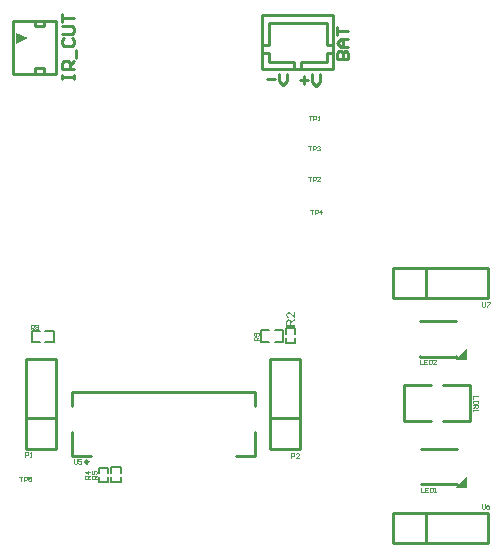
<source format=gto>
G04*
G04 #@! TF.GenerationSoftware,Altium Limited,Altium Designer,24.2.2 (26)*
G04*
G04 Layer_Color=65535*
%FSLAX44Y44*%
%MOMM*%
G71*
G04*
G04 #@! TF.SameCoordinates,B64C3CBE-EE26-4C86-9773-21E75D238B38*
G04*
G04*
G04 #@! TF.FilePolarity,Positive*
G04*
G01*
G75*
%ADD10C,0.2540*%
%ADD11C,0.1524*%
%ADD12C,0.0254*%
%ADD13C,0.0508*%
G36*
X431991Y88934D02*
X421991D01*
X431991Y98934D01*
Y88934D01*
D01*
D02*
G37*
G36*
X49597Y474273D02*
Y464273D01*
X59595Y469271D01*
X49597Y474273D01*
D01*
D02*
G37*
G36*
X431228Y196884D02*
X421228D01*
X431228Y206884D01*
Y196884D01*
D01*
D02*
G37*
G36*
X286305Y232449D02*
X286294D01*
X286250D01*
X286183D01*
X286094Y232460D01*
X285994Y232471D01*
X285883Y232493D01*
X285772Y232516D01*
X285650Y232560D01*
X285639D01*
X285628Y232571D01*
X285562Y232593D01*
X285462Y232638D01*
X285328Y232704D01*
X285173Y232793D01*
X284995Y232904D01*
X284818Y233026D01*
X284629Y233182D01*
X284618D01*
X284607Y233204D01*
X284540Y233259D01*
X284440Y233359D01*
X284296Y233503D01*
X284130Y233670D01*
X283930Y233881D01*
X283708Y234136D01*
X283475Y234414D01*
X283464Y234425D01*
X283430Y234469D01*
X283375Y234536D01*
X283308Y234613D01*
X283219Y234713D01*
X283120Y234835D01*
X283008Y234958D01*
X282886Y235102D01*
X282620Y235379D01*
X282354Y235657D01*
X282220Y235790D01*
X282087Y235912D01*
X281965Y236023D01*
X281843Y236112D01*
X281832D01*
X281821Y236134D01*
X281787Y236156D01*
X281743Y236178D01*
X281621Y236256D01*
X281477Y236345D01*
X281299Y236423D01*
X281110Y236500D01*
X280900Y236545D01*
X280700Y236567D01*
X280689D01*
X280678D01*
X280611Y236556D01*
X280500Y236545D01*
X280378Y236511D01*
X280222Y236467D01*
X280067Y236389D01*
X279912Y236290D01*
X279756Y236156D01*
X279734Y236134D01*
X279690Y236079D01*
X279634Y236001D01*
X279557Y235879D01*
X279490Y235723D01*
X279423Y235546D01*
X279379Y235335D01*
X279368Y235102D01*
Y235035D01*
X279379Y234991D01*
X279390Y234858D01*
X279423Y234702D01*
X279468Y234536D01*
X279545Y234347D01*
X279645Y234169D01*
X279778Y234003D01*
X279801Y233981D01*
X279856Y233936D01*
X279945Y233870D01*
X280078Y233803D01*
X280234Y233725D01*
X280433Y233659D01*
X280655Y233614D01*
X280911Y233592D01*
X280811Y232627D01*
X280800D01*
X280766Y232638D01*
X280711D01*
X280633Y232649D01*
X280544Y232671D01*
X280445Y232693D01*
X280322Y232726D01*
X280200Y232760D01*
X279934Y232849D01*
X279667Y232982D01*
X279534Y233060D01*
X279401Y233159D01*
X279279Y233259D01*
X279168Y233370D01*
X279157Y233381D01*
X279146Y233403D01*
X279112Y233437D01*
X279079Y233492D01*
X279035Y233559D01*
X278990Y233637D01*
X278935Y233725D01*
X278879Y233836D01*
X278824Y233958D01*
X278768Y234092D01*
X278724Y234236D01*
X278680Y234391D01*
X278646Y234558D01*
X278613Y234736D01*
X278602Y234924D01*
X278591Y235124D01*
Y235235D01*
X278602Y235313D01*
X278613Y235401D01*
X278624Y235513D01*
X278646Y235635D01*
X278668Y235757D01*
X278746Y236045D01*
X278857Y236334D01*
X278924Y236478D01*
X279002Y236623D01*
X279101Y236756D01*
X279212Y236878D01*
X279223Y236889D01*
X279235Y236911D01*
X279279Y236933D01*
X279323Y236978D01*
X279379Y237033D01*
X279457Y237089D01*
X279534Y237144D01*
X279634Y237211D01*
X279845Y237322D01*
X280112Y237433D01*
X280245Y237477D01*
X280400Y237499D01*
X280555Y237522D01*
X280722Y237533D01*
X280744D01*
X280800D01*
X280889Y237522D01*
X281011Y237511D01*
X281144Y237488D01*
X281299Y237444D01*
X281466Y237400D01*
X281632Y237333D01*
X281654Y237322D01*
X281710Y237300D01*
X281799Y237255D01*
X281921Y237189D01*
X282054Y237100D01*
X282220Y236989D01*
X282387Y236856D01*
X282576Y236700D01*
X282598Y236678D01*
X282664Y236623D01*
X282720Y236567D01*
X282775Y236511D01*
X282842Y236445D01*
X282931Y236356D01*
X283020Y236267D01*
X283120Y236156D01*
X283230Y236045D01*
X283353Y235912D01*
X283475Y235768D01*
X283619Y235612D01*
X283763Y235435D01*
X283919Y235257D01*
X283930Y235246D01*
X283952Y235224D01*
X283985Y235180D01*
X284030Y235124D01*
X284096Y235057D01*
X284163Y234980D01*
X284307Y234802D01*
X284474Y234613D01*
X284640Y234436D01*
X284785Y234280D01*
X284840Y234214D01*
X284895Y234158D01*
X284907Y234147D01*
X284940Y234114D01*
X284984Y234069D01*
X285051Y234014D01*
X285129Y233958D01*
X285206Y233892D01*
X285395Y233759D01*
Y237544D01*
X286305D01*
Y232449D01*
D02*
G37*
G36*
Y230717D02*
X284707Y229707D01*
X284696D01*
X284674Y229685D01*
X284640Y229663D01*
X284596Y229630D01*
X284474Y229552D01*
X284318Y229452D01*
X284152Y229330D01*
X283974Y229208D01*
X283808Y229086D01*
X283652Y228975D01*
X283641Y228964D01*
X283597Y228930D01*
X283530Y228875D01*
X283452Y228797D01*
X283286Y228631D01*
X283208Y228542D01*
X283142Y228453D01*
X283131Y228442D01*
X283120Y228420D01*
X283097Y228375D01*
X283064Y228309D01*
X283031Y228242D01*
X282997Y228164D01*
X282942Y227987D01*
Y227976D01*
X282931Y227953D01*
Y227909D01*
X282920Y227854D01*
X282909Y227776D01*
Y227687D01*
X282897Y227565D01*
Y226255D01*
X286305D01*
Y225234D01*
X278624D01*
Y228797D01*
X278635Y228886D01*
Y228986D01*
X278646Y229219D01*
X278680Y229463D01*
X278713Y229729D01*
X278768Y229974D01*
X278802Y230096D01*
X278835Y230196D01*
Y230207D01*
X278846Y230218D01*
X278879Y230285D01*
X278924Y230384D01*
X279002Y230506D01*
X279101Y230640D01*
X279235Y230784D01*
X279390Y230917D01*
X279568Y231050D01*
X279579D01*
X279590Y231061D01*
X279656Y231106D01*
X279767Y231150D01*
X279912Y231217D01*
X280078Y231272D01*
X280278Y231328D01*
X280489Y231361D01*
X280722Y231372D01*
X280733D01*
X280755D01*
X280800D01*
X280855Y231361D01*
X280933D01*
X281011Y231350D01*
X281199Y231306D01*
X281421Y231239D01*
X281654Y231150D01*
X281887Y231017D01*
X281998Y230928D01*
X282109Y230840D01*
X282120Y230828D01*
X282132Y230817D01*
X282165Y230784D01*
X282198Y230740D01*
X282243Y230684D01*
X282287Y230618D01*
X282342Y230529D01*
X282409Y230440D01*
X282465Y230329D01*
X282520Y230207D01*
X282587Y230074D01*
X282642Y229929D01*
X282687Y229763D01*
X282742Y229596D01*
X282775Y229408D01*
X282809Y229208D01*
X282820Y229230D01*
X282842Y229274D01*
X282886Y229341D01*
X282931Y229430D01*
X283053Y229630D01*
X283131Y229729D01*
X283197Y229818D01*
X283219Y229841D01*
X283275Y229896D01*
X283364Y229985D01*
X283475Y230096D01*
X283630Y230218D01*
X283797Y230362D01*
X283996Y230506D01*
X284218Y230662D01*
X286305Y231983D01*
Y230717D01*
D02*
G37*
%LPC*%
G36*
X280733Y230329D02*
X280722D01*
X280711D01*
X280644Y230318D01*
X280544Y230307D01*
X280411Y230285D01*
X280278Y230229D01*
X280123Y230162D01*
X279978Y230063D01*
X279834Y229929D01*
X279823Y229907D01*
X279778Y229852D01*
X279723Y229763D01*
X279656Y229618D01*
X279590Y229452D01*
X279534Y229230D01*
X279490Y228975D01*
X279479Y228675D01*
Y226255D01*
X282021D01*
Y228542D01*
X282010Y228675D01*
X281998Y228830D01*
X281987Y229008D01*
X281965Y229186D01*
X281932Y229363D01*
X281887Y229519D01*
X281876Y229541D01*
X281854Y229585D01*
X281821Y229652D01*
X281776Y229741D01*
X281710Y229841D01*
X281632Y229940D01*
X281532Y230040D01*
X281421Y230118D01*
X281410Y230129D01*
X281366Y230151D01*
X281299Y230185D01*
X281210Y230229D01*
X281110Y230262D01*
X281000Y230296D01*
X280866Y230318D01*
X280733Y230329D01*
D02*
G37*
%LPD*%
D10*
X110927Y110805D02*
G03*
X110927Y110805I-1270J0D01*
G01*
X392028Y229695D02*
Y229884D01*
X422028Y199884D02*
Y200072D01*
X392028Y199884D02*
X422028D01*
X392028D02*
Y200072D01*
Y229695D02*
Y229884D01*
X422028D01*
Y229695D02*
Y229884D01*
X378206Y145288D02*
X401066D01*
X378206D02*
Y175768D01*
X401066D01*
X411226D02*
X434086D01*
Y145288D02*
Y175768D01*
X411226Y145288D02*
X434086D01*
X257876Y443756D02*
X317876D01*
Y488757D01*
X257876D02*
X317876D01*
X257876Y443756D02*
Y488757D01*
X258666Y463296D02*
X263746D01*
Y482346D01*
X313276D01*
Y463296D02*
Y482346D01*
Y463296D02*
X317086D01*
X312796Y456946D02*
X317876D01*
X312796Y449326D02*
Y456946D01*
X291206Y449326D02*
X312796D01*
X291206Y444246D02*
Y449326D01*
X258666Y456946D02*
X263746D01*
Y449326D02*
Y456946D01*
Y449326D02*
X285336D01*
Y444246D02*
Y449326D01*
X235968Y115564D02*
X252186D01*
Y135743D01*
Y158365D02*
Y169554D01*
X97156D02*
X252186D01*
X97156Y115804D02*
Y135743D01*
Y115804D02*
X113344D01*
X97156Y158365D02*
Y169554D01*
X449394Y249174D02*
Y274574D01*
X368994D02*
X449394D01*
X396729Y249174D02*
Y274574D01*
X368994Y249174D02*
X449394D01*
X368994D02*
Y274574D01*
X264922Y121666D02*
Y197866D01*
X290322D01*
Y121666D02*
Y197866D01*
X264922Y121666D02*
X290322D01*
X264922Y147550D02*
X290322D01*
X73406Y439271D02*
Y443992D01*
X65786D02*
X73406D01*
X65786Y439271D02*
Y443992D01*
X73406Y479552D02*
Y484273D01*
X65786Y479552D02*
Y484273D01*
Y479552D02*
X73406D01*
X47596Y439272D02*
X83596D01*
X47596D02*
Y484273D01*
X83596Y439272D02*
Y484273D01*
X47596D02*
X83596D01*
X392790Y121746D02*
Y121934D01*
X422790Y91934D02*
Y92122D01*
X392790Y91934D02*
X422790D01*
X392790D02*
Y92122D01*
Y121746D02*
Y121934D01*
X422790D01*
Y121746D02*
Y121934D01*
X57912Y121666D02*
Y197866D01*
X83312D01*
Y121666D02*
Y197866D01*
X57912Y121666D02*
X83312D01*
X57912Y147550D02*
X83312D01*
X449394Y41910D02*
Y67310D01*
X368994D02*
X449394D01*
X396729Y41910D02*
Y67310D01*
X368994Y41910D02*
X449394D01*
X368994D02*
Y67310D01*
X290119Y434004D02*
X296784D01*
X293452Y437337D02*
Y430672D01*
X300116Y439003D02*
Y432338D01*
X303448Y429006D01*
X306781Y432338D01*
Y439003D01*
X88921Y434789D02*
Y438121D01*
Y436455D01*
X98918D01*
Y434789D01*
Y438121D01*
Y443120D02*
X88921D01*
Y448118D01*
X90587Y449784D01*
X93919D01*
X95586Y448118D01*
Y443120D01*
Y446452D02*
X98918Y449784D01*
X100584Y453116D02*
Y459781D01*
X90587Y469778D02*
X88921Y468111D01*
Y464779D01*
X90587Y463113D01*
X97252D01*
X98918Y464779D01*
Y468111D01*
X97252Y469778D01*
X88921Y473110D02*
X97252D01*
X98918Y474776D01*
Y478108D01*
X97252Y479774D01*
X88921D01*
Y483107D02*
Y489771D01*
Y486439D01*
X98918D01*
X321219Y451999D02*
X331216D01*
Y456997D01*
X329550Y458663D01*
X327884D01*
X326218Y456997D01*
Y451999D01*
Y456997D01*
X324552Y458663D01*
X322885D01*
X321219Y456997D01*
Y451999D01*
X331216Y461996D02*
X324552D01*
X321219Y465328D01*
X324552Y468660D01*
X331216D01*
X326218D01*
Y461996D01*
X321219Y471993D02*
Y478657D01*
Y475325D01*
X331216D01*
X262179Y434512D02*
X268844D01*
X272176Y439511D02*
Y432846D01*
X275508Y429514D01*
X278841Y432846D01*
Y439511D01*
D11*
X286100Y219335D02*
Y223890D01*
X278288D02*
X286100D01*
X278288Y219335D02*
Y223890D01*
X286100Y211456D02*
Y216011D01*
X278288Y211456D02*
X286100D01*
X278288D02*
Y216011D01*
X130460Y93729D02*
Y98285D01*
Y93729D02*
X138272D01*
Y98285D01*
X130460Y101608D02*
Y106164D01*
X138272D01*
Y101608D02*
Y106164D01*
X119792Y93475D02*
Y98031D01*
Y93475D02*
X127604D01*
Y98031D01*
X119792Y101354D02*
Y105910D01*
X127604D01*
Y101354D02*
Y105910D01*
X62948Y211930D02*
X70128D01*
X62948D02*
Y221902D01*
X70128D01*
X74652Y211930D02*
X81832D01*
Y221902D01*
X74652D02*
X81832D01*
X257014Y212438D02*
X264194D01*
X257014D02*
Y222410D01*
X264194D01*
X268718Y212438D02*
X275899D01*
Y222410D01*
X268718D02*
X275899D01*
D12*
X444374Y245744D02*
Y242570D01*
X445009Y241936D01*
X446278D01*
X446913Y242570D01*
Y245744D01*
X448183D02*
X450722D01*
Y245110D01*
X448183Y242570D01*
Y241936D01*
X444120Y75056D02*
Y71882D01*
X444755Y71248D01*
X446024D01*
X446659Y71882D01*
Y75056D01*
X450468D02*
X449198Y74422D01*
X447929Y73152D01*
Y71882D01*
X448564Y71248D01*
X449833D01*
X450468Y71882D01*
Y72517D01*
X449833Y73152D01*
X447929D01*
X282830Y114428D02*
Y118236D01*
X284734D01*
X285369Y117602D01*
Y116332D01*
X284734Y115697D01*
X282830D01*
X289178Y114428D02*
X286639D01*
X289178Y116967D01*
Y117602D01*
X288543Y118236D01*
X287274D01*
X286639Y117602D01*
X57659Y114936D02*
Y118744D01*
X59563D01*
X60198Y118110D01*
Y116840D01*
X59563Y116205D01*
X57659D01*
X61468Y114936D02*
X62737D01*
X62102D01*
Y118744D01*
X61468Y118110D01*
X98680Y113156D02*
Y109982D01*
X99315Y109348D01*
X100584D01*
X101219Y109982D01*
Y113156D01*
X105028D02*
X102489D01*
Y111252D01*
X103758Y111887D01*
X104393D01*
X105028Y111252D01*
Y109982D01*
X104393Y109348D01*
X103124D01*
X102489Y109982D01*
X52580Y98170D02*
X55119D01*
X53849D01*
Y94362D01*
X56388D02*
Y98170D01*
X58293D01*
X58928Y97536D01*
Y96266D01*
X58293Y95631D01*
X56388D01*
X62736Y98170D02*
X60197D01*
Y96266D01*
X61467Y96901D01*
X62102D01*
X62736Y96266D01*
Y94996D01*
X62102Y94362D01*
X60832D01*
X60197Y94996D01*
X255142Y213742D02*
X251334D01*
Y215646D01*
X251968Y216281D01*
X253238D01*
X253873Y215646D01*
Y213742D01*
Y215012D02*
X255142Y216281D01*
X254508Y217551D02*
X255142Y218186D01*
Y219455D01*
X254508Y220090D01*
X251968D01*
X251334Y219455D01*
Y218186D01*
X251968Y217551D01*
X252603D01*
X253238Y218186D01*
Y220090D01*
X62358Y223140D02*
Y226948D01*
X64262D01*
X64897Y226314D01*
Y225044D01*
X64262Y224409D01*
X62358D01*
X63628D02*
X64897Y223140D01*
X66167Y226314D02*
X66802Y226948D01*
X68071D01*
X68706Y226314D01*
Y225679D01*
X68071Y225044D01*
X68706Y224409D01*
Y223774D01*
X68071Y223140D01*
X66802D01*
X66167Y223774D01*
Y224409D01*
X66802Y225044D01*
X66167Y225679D01*
Y226314D01*
X66802Y225044D02*
X68071D01*
X117982Y96648D02*
X114174D01*
Y98552D01*
X114808Y99187D01*
X116078D01*
X116713Y98552D01*
Y96648D01*
Y97918D02*
X117982Y99187D01*
X114174Y102996D02*
Y100457D01*
X116078D01*
X115443Y101726D01*
Y102361D01*
X116078Y102996D01*
X117348D01*
X117982Y102361D01*
Y101092D01*
X117348Y100457D01*
X112394Y96648D02*
X108586D01*
Y98552D01*
X109220Y99187D01*
X110490D01*
X111125Y98552D01*
Y96648D01*
Y97918D02*
X112394Y99187D01*
Y102361D02*
X108586D01*
X110490Y100457D01*
Y102996D01*
X391797Y197230D02*
Y193422D01*
X394336D01*
X398145Y197230D02*
X395606D01*
Y193422D01*
X398145D01*
X395606Y195326D02*
X396876D01*
X399415Y197230D02*
Y193422D01*
X401319D01*
X401954Y194056D01*
Y196596D01*
X401319Y197230D01*
X399415D01*
X405763Y193422D02*
X403224D01*
X405763Y195961D01*
Y196596D01*
X405128Y197230D01*
X403858D01*
X403224Y196596D01*
X392432Y89026D02*
Y85218D01*
X394971D01*
X398780Y89026D02*
X396241D01*
Y85218D01*
X398780D01*
X396241Y87122D02*
X397510D01*
X400050Y89026D02*
Y85218D01*
X401954D01*
X402589Y85852D01*
Y88392D01*
X401954Y89026D01*
X400050D01*
X403858Y85218D02*
X405128D01*
X404493D01*
Y89026D01*
X403858Y88392D01*
X440816Y166368D02*
X437008D01*
Y163829D01*
X440816Y162559D02*
X437008D01*
Y160655D01*
X437642Y160020D01*
X440182D01*
X440816Y160655D01*
Y162559D01*
X437008Y158750D02*
X440816D01*
Y156846D01*
X440182Y156211D01*
X438912D01*
X438277Y156846D01*
Y158750D01*
Y157481D02*
X437008Y156211D01*
Y154942D02*
Y153672D01*
Y154307D01*
X440816D01*
X440182Y154942D01*
D13*
X298706Y324230D02*
X301245D01*
X299975D01*
Y320422D01*
X302514D02*
Y324230D01*
X304419D01*
X305054Y323596D01*
Y322326D01*
X304419Y321691D01*
X302514D01*
X308228Y320422D02*
Y324230D01*
X306323Y322326D01*
X308862D01*
X297182Y378332D02*
X299721D01*
X298451D01*
Y374524D01*
X300990D02*
Y378332D01*
X302895D01*
X303530Y377698D01*
Y376428D01*
X302895Y375793D01*
X300990D01*
X304799Y377698D02*
X305434Y378332D01*
X306704D01*
X307338Y377698D01*
Y377063D01*
X306704Y376428D01*
X306069D01*
X306704D01*
X307338Y375793D01*
Y375158D01*
X306704Y374524D01*
X305434D01*
X304799Y375158D01*
X297182Y352170D02*
X299721D01*
X298451D01*
Y348362D01*
X300990D02*
Y352170D01*
X302895D01*
X303530Y351536D01*
Y350266D01*
X302895Y349631D01*
X300990D01*
X307338Y348362D02*
X304799D01*
X307338Y350901D01*
Y351536D01*
X306704Y352170D01*
X305434D01*
X304799Y351536D01*
X297816Y403732D02*
X300356D01*
X299086D01*
Y399924D01*
X301625D02*
Y403732D01*
X303530D01*
X304164Y403098D01*
Y401828D01*
X303530Y401193D01*
X301625D01*
X305434Y399924D02*
X306704D01*
X306069D01*
Y403732D01*
X305434Y403098D01*
M02*

</source>
